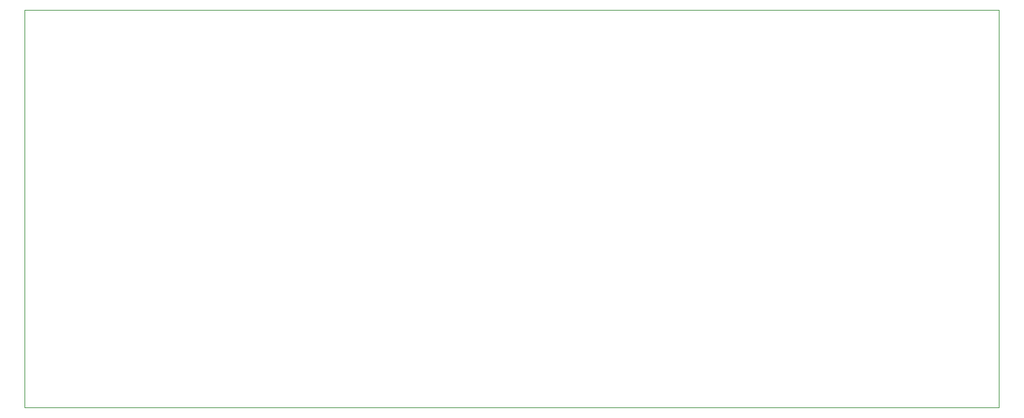
<source format=gm1>
G04 #@! TF.GenerationSoftware,KiCad,Pcbnew,(5.1.9-0-10_14)*
G04 #@! TF.CreationDate,2021-02-19T17:06:03+01:00*
G04 #@! TF.ProjectId,base-plane,62617365-2d70-46c6-916e-652e6b696361,rev?*
G04 #@! TF.SameCoordinates,Original*
G04 #@! TF.FileFunction,Profile,NP*
%FSLAX46Y46*%
G04 Gerber Fmt 4.6, Leading zero omitted, Abs format (unit mm)*
G04 Created by KiCad (PCBNEW (5.1.9-0-10_14)) date 2021-02-19 17:06:03*
%MOMM*%
%LPD*%
G01*
G04 APERTURE LIST*
G04 #@! TA.AperFunction,Profile*
%ADD10C,0.100000*%
G04 #@! TD*
G04 APERTURE END LIST*
D10*
X91440000Y-119354600D02*
X208280000Y-119380000D01*
X91440000Y-68580000D02*
X91440000Y-119354600D01*
X215900000Y-119380000D02*
X208280000Y-119380000D01*
X215900000Y-68580000D02*
X215900000Y-119380000D01*
X215900000Y-68580000D02*
X91440000Y-68580000D01*
M02*

</source>
